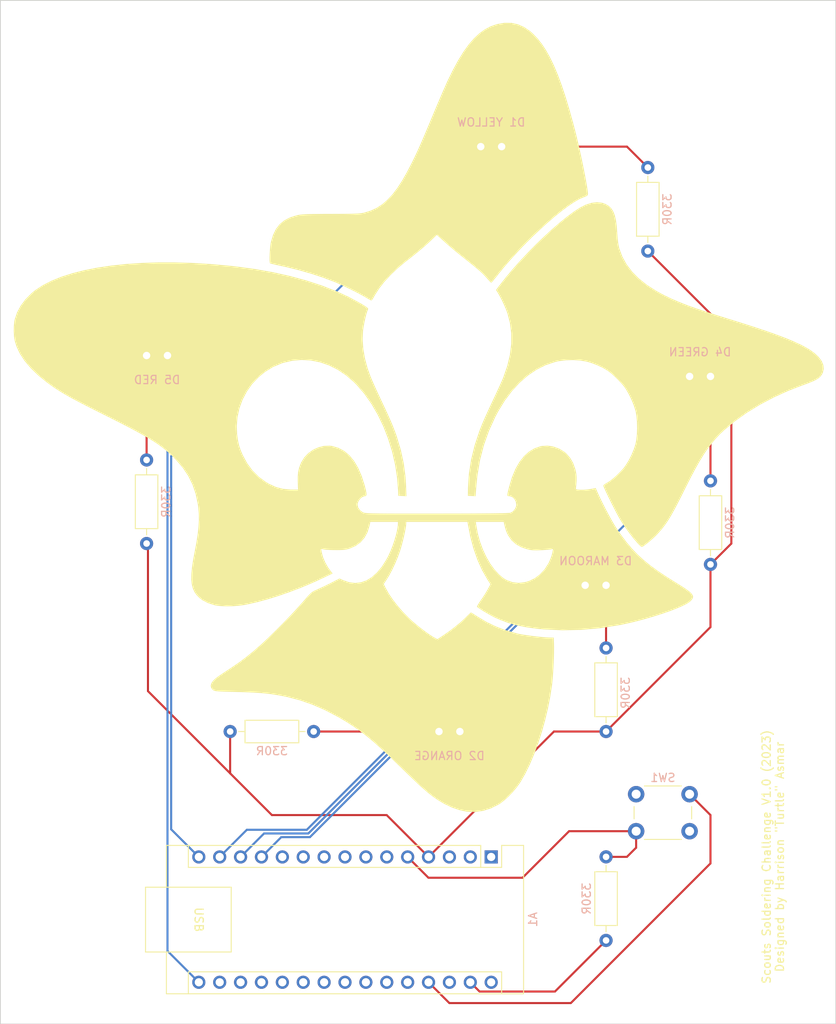
<source format=kicad_pcb>
(kicad_pcb (version 20221018) (generator pcbnew)
  (layers (0 "F.Cu" signal) (31 "B.Cu" signal) (34 "B.Paste" user) (35 "F.Paste" user) (36 "B.SilkS" user "B.Silkscreen") (37 "F.SilkS" user "F.Silkscreen") (38 "B.Mask" user) (39 "F.Mask" user) (44 "Edge.Cuts" user))
  (net 0 "")
  (net 4 "Net-(A1-GND-Pad4)")
  (net 5 "Net-(A1-D2)")
  (net 12 "Net-(A1-D9)")
  (net 13 "Net-(A1-D10)")
  (net 14 "Net-(A1-D11)")
  (net 15 "Net-(A1-D12)")
  (net 16 "Net-(A1-D13)")
  (net 27 "Net-(A1-+5V)")
  (net 29 "Net-(A1-GND-Pad29)")
  (net 31 "Net-(D1-A)")
  (net 32 "Net-(D2-A)")
  (net 33 "Net-(D3-A)")
  (net 34 "Net-(D4-A)")
  (net 35 "Net-(D5-A)")
  (footprint "Resistor_THT:R_Axial_DIN0207_L6.3mm_D2.5mm_P10.16mm_Horizontal" (layer "F.Cu") (at 187.96 76.2 -90)
    (fp_text reference "330R" (at 5.08 -2.37 -270) (layer "B.SilkS") (effects (justify mirror)))
    (fp_text value "330R")
    (fp_line (start 1.04 0) (end 1.81 0) (stroke (width 0.12)) (layer "F.SilkS"))
    (fp_line (start 1.81 -1.37) (end 1.81 1.37) (stroke (width 0.12)) (layer "F.SilkS"))
    (fp_line (start 1.81 1.37) (end 8.35 1.37) (stroke (width 0.12)) (layer "F.SilkS"))
    (fp_line (start 8.35 -1.37) (end 1.81 -1.37) (stroke (width 0.12)) (layer "F.SilkS"))
    (fp_line (start 8.35 1.37) (end 8.35 -1.37) (stroke (width 0.12)) (layer "F.SilkS"))
    (fp_line (start 9.12 0) (end 8.35 0) (stroke (width 0.12)) (layer "F.SilkS"))
    (pad "1" thru_hole circle (at 0 0 270) (size 1.6 1.6) (drill 0.8) (layers "*.Cu" "*.Mask") (net 34 "Net-(D4-A)"))
    (pad "2" thru_hole oval (at 10.16 0 270) (size 1.6 1.6) (drill 0.8) (layers "*.Cu" "*.Mask") (net 4 "Net-(A1-GND-Pad4)"))
  )
  (footprint "Resistor_THT:R_Axial_DIN0207_L6.3mm_D2.5mm_P10.16mm_Horizontal" (layer "F.Cu") (at 180.34 38.1 -90)
    (fp_text reference "330R" (at 5.08 -2.37 -270) (layer "B.SilkS") (effects (justify mirror)))
    (fp_text value "330R")
    (fp_line (start 1.04 0) (end 1.81 0) (stroke (width 0.12)) (layer "F.SilkS"))
    (fp_line (start 1.81 -1.37) (end 1.81 1.37) (stroke (width 0.12)) (layer "F.SilkS"))
    (fp_line (start 1.81 1.37) (end 8.35 1.37) (stroke (width 0.12)) (layer "F.SilkS"))
    (fp_line (start 8.35 -1.37) (end 1.81 -1.37) (stroke (width 0.12)) (layer "F.SilkS"))
    (fp_line (start 8.35 1.37) (end 8.35 -1.37) (stroke (width 0.12)) (layer "F.SilkS"))
    (fp_line (start 9.12 0) (end 8.35 0) (stroke (width 0.12)) (layer "F.SilkS"))
    (pad "1" thru_hole circle (at 0 0 270) (size 1.6 1.6) (drill 0.8) (layers "*.Cu" "*.Mask") (net 31 "Net-(D1-A)"))
    (pad "2" thru_hole oval (at 10.16 0 270) (size 1.6 1.6) (drill 0.8) (layers "*.Cu" "*.Mask") (net 4 "Net-(A1-GND-Pad4)"))
  )
  (footprint "Resistor_THT:R_Axial_DIN0207_L6.3mm_D2.5mm_P10.16mm_Horizontal" (layer "F.Cu") (at 139.7 106.68 180)
    (fp_text reference "330R" (at 5.08 -2.37) (layer "B.SilkS") (effects (justify mirror)))
    (fp_text value "330R")
    (fp_line (start 1.04 0) (end 1.81 0) (stroke (width 0.12)) (layer "F.SilkS"))
    (fp_line (start 1.81 -1.37) (end 1.81 1.37) (stroke (width 0.12)) (layer "F.SilkS"))
    (fp_line (start 1.81 1.37) (end 8.35 1.37) (stroke (width 0.12)) (layer "F.SilkS"))
    (fp_line (start 8.35 -1.37) (end 1.81 -1.37) (stroke (width 0.12)) (layer "F.SilkS"))
    (fp_line (start 8.35 1.37) (end 8.35 -1.37) (stroke (width 0.12)) (layer "F.SilkS"))
    (fp_line (start 9.12 0) (end 8.35 0) (stroke (width 0.12)) (layer "F.SilkS"))
    (pad "1" thru_hole circle (at 0 0 180) (size 1.6 1.6) (drill 0.8) (layers "*.Cu" "*.Mask") (net 32 "Net-(D2-A)"))
    (pad "2" thru_hole oval (at 10.16 0 180) (size 1.6 1.6) (drill 0.8) (layers "*.Cu" "*.Mask") (net 4 "Net-(A1-GND-Pad4)"))
  )
  (footprint "Resistor_THT:R_Axial_DIN0207_L6.3mm_D2.5mm_P10.16mm_Horizontal" (layer "F.Cu") (at 175.26 96.52 -90)
    (fp_text reference " 330R" (at 5.08 -2.37 -270) (layer "B.SilkS") (effects (justify mirror)))
    (fp_text value "330R")
    (fp_line (start 1.04 0) (end 1.81 0) (stroke (width 0.12)) (layer "F.SilkS"))
    (fp_line (start 1.81 -1.37) (end 1.81 1.37) (stroke (width 0.12)) (layer "F.SilkS"))
    (fp_line (start 1.81 1.37) (end 8.35 1.37) (stroke (width 0.12)) (layer "F.SilkS"))
    (fp_line (start 8.35 -1.37) (end 1.81 -1.37) (stroke (width 0.12)) (layer "F.SilkS"))
    (fp_line (start 8.35 1.37) (end 8.35 -1.37) (stroke (width 0.12)) (layer "F.SilkS"))
    (fp_line (start 9.12 0) (end 8.35 0) (stroke (width 0.12)) (layer "F.SilkS"))
    (pad "1" thru_hole circle (at 0 0 270) (size 1.6 1.6) (drill 0.8) (layers "*.Cu" "*.Mask") (net 33 "Net-(D3-A)"))
    (pad "2" thru_hole oval (at 10.16 0 270) (size 1.6 1.6) (drill 0.8) (layers "*.Cu" "*.Mask") (net 4 "Net-(A1-GND-Pad4)"))
  )
  (footprint "Resistor_THT:R_Axial_DIN0207_L6.3mm_D2.5mm_P10.16mm_Horizontal" (layer "F.Cu") (at 119.38 73.66 -90)
    (fp_text reference "330R" (at 5.08 -2.37 -270) (layer "B.SilkS") (effects (justify mirror)))
    (fp_text value "330R")
    (fp_line (start 1.04 0) (end 1.81 0) (stroke (width 0.12)) (layer "F.SilkS"))
    (fp_line (start 1.81 -1.37) (end 1.81 1.37) (stroke (width 0.12)) (layer "F.SilkS"))
    (fp_line (start 1.81 1.37) (end 8.35 1.37) (stroke (width 0.12)) (layer "F.SilkS"))
    (fp_line (start 8.35 -1.37) (end 1.81 -1.37) (stroke (width 0.12)) (layer "F.SilkS"))
    (fp_line (start 8.35 1.37) (end 8.35 -1.37) (stroke (width 0.12)) (layer "F.SilkS"))
    (fp_line (start 9.12 0) (end 8.35 0) (stroke (width 0.12)) (layer "F.SilkS"))
    (pad "1" thru_hole circle (at 0 0 270) (size 1.6 1.6) (drill 0.8) (layers "*.Cu" "*.Mask") (net 35 "Net-(D5-A)"))
    (pad "2" thru_hole oval (at 10.16 0 270) (size 1.6 1.6) (drill 0.8) (layers "*.Cu" "*.Mask") (net 4 "Net-(A1-GND-Pad4)"))
  )
  (footprint "Resistor_THT:R_Axial_DIN0207_L6.3mm_D2.5mm_P10.16mm_Horizontal" (layer "F.Cu") (at 175.26 132.08 90)
    (fp_text reference "330R" (at 5.08 -2.37 90) (layer "B.SilkS") (effects (justify mirror)))
    (fp_text value "330R")
    (fp_line (start 1.04 0) (end 1.81 0) (stroke (width 0.12)) (layer "F.SilkS"))
    (fp_line (start 1.81 -1.37) (end 1.81 1.37) (stroke (width 0.12)) (layer "F.SilkS"))
    (fp_line (start 1.81 1.37) (end 8.35 1.37) (stroke (width 0.12)) (layer "F.SilkS"))
    (fp_line (start 8.35 -1.37) (end 1.81 -1.37) (stroke (width 0.12)) (layer "F.SilkS"))
    (fp_line (start 8.35 1.37) (end 8.35 -1.37) (stroke (width 0.12)) (layer "F.SilkS"))
    (fp_line (start 9.12 0) (end 8.35 0) (stroke (width 0.12)) (layer "F.SilkS"))
    (pad "1" thru_hole circle (at 0 0 90) (size 1.6 1.6) (drill 0.8) (layers "*.Cu" "*.Mask") (net 29 "Net-(A1-GND-Pad29)"))
    (pad "2" thru_hole oval (at 10.16 0 90) (size 1.6 1.6) (drill 0.8) (layers "*.Cu" "*.Mask") (net 5 "Net-(A1-D2)"))
  )
  (footprint "LED_THT:LED_D3.0mm" (layer "F.Cu") (at 121.92 60.96 180)
    (fp_text reference "D5 RED" (at 1.27 -2.96) (layer "B.SilkS") (effects (justify mirror)))
    (fp_text value "RED LED")
    (fp_line (start -0.29 -1.236) (end -0.29 -1.08) (stroke (width 0.12)) (layer "F.SilkS"))
    (fp_line (start -0.29 1.08) (end -0.29 1.236) (stroke (width 0.12)) (layer "F.SilkS"))
    (fp_arc (start -0.29 -1.235516) (mid 1.366487 -1.987659) (end 2.942335 -1.078608) (stroke (width 0.12)) (layer "F.SilkS"))
    (fp_arc (start 0.229039 -1.08) (mid 1.270117 -1.5) (end 2.31113 -1.079837) (stroke (width 0.12)) (layer "F.SilkS"))
    (fp_arc (start 2.31113 1.079837) (mid 1.270117 1.5) (end 0.229039 1.08) (stroke (width 0.12)) (layer "F.SilkS"))
    (fp_arc (start 2.942335 1.078608) (mid 1.366487 1.987659) (end -0.29 1.235516) (stroke (width 0.12)) (layer "F.SilkS"))
    (pad "1" thru_hole rect (at 0 0 180) (size 1.8 1.8) (drill 0.9) (layers "*.Cu" "*.Mask") (net 16 "Net-(A1-D13)"))
    (pad "2" thru_hole circle (at 2.54 0 180) (size 1.8 1.8) (drill 0.9) (layers "*.Cu" "*.Mask") (net 35 "Net-(D5-A)"))
  )
  (footprint "LED_THT:LED_D3.0mm" (layer "F.Cu") (at 185.42 63.5)
    (fp_text reference "D4 GREEN" (at 1.27 -2.96) (layer "B.SilkS") (effects (justify mirror)))
    (fp_text value "GREEN LED")
    (fp_line (start -0.29 -1.236) (end -0.29 -1.08) (stroke (width 0.12)) (layer "F.SilkS"))
    (fp_line (start -0.29 1.08) (end -0.29 1.236) (stroke (width 0.12)) (layer "F.SilkS"))
    (fp_arc (start -0.29 -1.235516) (mid 1.366487 -1.987659) (end 2.942335 -1.078608) (stroke (width 0.12)) (layer "F.SilkS"))
    (fp_arc (start 0.229039 -1.08) (mid 1.270117 -1.5) (end 2.31113 -1.079837) (stroke (width 0.12)) (layer "F.SilkS"))
    (fp_arc (start 2.31113 1.079837) (mid 1.270117 1.5) (end 0.229039 1.08) (stroke (width 0.12)) (layer "F.SilkS"))
    (fp_arc (start 2.942335 1.078608) (mid 1.366487 1.987659) (end -0.29 1.235516) (stroke (width 0.12)) (layer "F.SilkS"))
    (pad "1" thru_hole rect (at 0 0) (size 1.8 1.8) (drill 0.9) (layers "*.Cu" "*.Mask") (net 14 "Net-(A1-D11)"))
    (pad "2" thru_hole circle (at 2.54 0) (size 1.8 1.8) (drill 0.9) (layers "*.Cu" "*.Mask") (net 34 "Net-(D4-A)"))
  )
  (footprint "LED_THT:LED_D3.0mm" (layer "F.Cu") (at 160.02 35.56)
    (fp_text reference "D1 YELLOW" (at 1.27 -2.96) (layer "B.SilkS") (effects (justify mirror)))
    (fp_text value "YELLOW LED")
    (fp_line (start -0.29 -1.236) (end -0.29 -1.08) (stroke (width 0.12)) (layer "F.SilkS"))
    (fp_line (start -0.29 1.08) (end -0.29 1.236) (stroke (width 0.12)) (layer "F.SilkS"))
    (fp_arc (start -0.29 -1.235516) (mid 1.366487 -1.987659) (end 2.942335 -1.078608) (stroke (width 0.12)) (layer "F.SilkS"))
    (fp_arc (start 0.229039 -1.08) (mid 1.270117 -1.5) (end 2.31113 -1.079837) (stroke (width 0.12)) (layer "F.SilkS"))
    (fp_arc (start 2.31113 1.079837) (mid 1.270117 1.5) (end 0.229039 1.08) (stroke (width 0.12)) (layer "F.SilkS"))
    (fp_arc (start 2.942335 1.078608) (mid 1.366487 1.987659) (end -0.29 1.235516) (stroke (width 0.12)) (layer "F.SilkS"))
    (pad "1" thru_hole rect (at 0 0) (size 1.8 1.8) (drill 0.9) (layers "*.Cu" "*.Mask") (net 15 "Net-(A1-D12)"))
    (pad "2" thru_hole circle (at 2.54 0) (size 1.8 1.8) (drill 0.9) (layers "*.Cu" "*.Mask") (net 31 "Net-(D1-A)"))
  )
  (footprint "LOGO" (layer "F.Cu") (at 152.4 68.58)
    (fp_text reference "G***" hide)
    (fp_text value "LOGO" hide)
    (fp_poly (pts (xy 11.332183 -48.072508) (xy 12.121384 -47.906362) (xy 12.875916 -47.576903) (xy 13.603769 -47.08199) (xy 13.976093 -46.75691) (xy 14.525763 -46.183743) (xy 15.053284 -45.515688) (xy 15.562038 -44.744949) (xy 16.055406 -43.863731) (xy 16.536769 -42.864239) (xy 17.009508 -41.738676) (xy 17.477005 -40.479247) (xy 17.942642 -39.078157) (xy 18.409798 -37.527609) (xy 18.881856 -35.819809) (xy 19.126377 -34.882666) (xy 19.302528 -34.17479) (xy 19.484048 -33.40817) (xy 19.66666 -32.604079) (xy 19.846086 -31.783787) (xy 20.018051 -30.968567) (xy 20.178277 -30.179689) (xy 20.322487 -29.438425) (xy 20.446406 -28.766046) (xy 20.545756 -28.183823) (xy 20.61626 -27.713029) (xy 20.653642 -27.374934) (xy 20.658576 -27.261909) (xy 20.638448 -27.140512) (xy 20.554831 -27.04605) (xy 20.373061 -26.952625) (xy 20.111701 -26.853322) (xy 19.590283 -26.619714) (xy 18.977495 -26.26495) (xy 18.286586 -25.801023) (xy 17.530803 -25.239926) (xy 16.723396 -24.593652) (xy 15.877612 -23.874195) (xy 15.006701 -23.093547) (xy 14.12391 -22.263702) (xy 13.242489 -21.396653) (xy 12.375686 -20.504392) (xy 11.536749 -19.598914) (xy 10.738927 -18.692211) (xy 9.995468 -17.796276) (xy 9.714503 -17.441333) (xy 9.442092 -17.096964) (xy 9.204721 -16.806094) (xy 9.022251 -16.592355) (xy 8.91454 -16.479382) (xy 8.89631 -16.467666) (xy 8.819172 -16.527474) (xy 8.658607 -16.688599) (xy 8.441161 -16.923596) (xy 8.282147 -17.102666) (xy 8.103239 -17.302286) (xy 7.919059 -17.495043) (xy 7.713441 -17.694876) (xy 7.470217 -17.915728) (xy 7.173223 -18.171541) (xy 6.806292 -18.476256) (xy 6.353258 -18.843815) (xy 5.797955 -19.288158) (xy 5.164666 -19.791173) (xy 4.699548 -20.167511) (xy 4.185845 -20.595694) (xy 3.681783 -21.026491) (xy 3.24559 -21.410673) (xy 3.191886 -21.459175) (xy 2.277439 -22.288368) (xy 1.625553 -21.658463) (xy 1.154794 -21.218681) (xy 0.615276 -20.744197) (xy -0.010727 -20.220189) (xy -0.740939 -19.631834) (xy -1.593085 -18.964307) (xy -1.632791 -18.933557) (xy -2.523534 -18.191671) (xy -3.353689 -17.397351) (xy -4.100766 -16.575997) (xy -4.74228 -15.753005) (xy -5.255742 -14.953774) (xy -5.409103 -14.6685) (xy -5.536298 -14.458288) (xy -5.652685 -14.332194) (xy -5.695555 -14.315395) (xy -5.817105 -14.361666) (xy -6.031245 -14.475717) (xy -6.265334 -14.61658) (xy -6.607415 -14.818496) (xy -7.068563 -15.07015) (xy -7.612649 -15.353543) (xy -8.203546 -15.650677) (xy -8.805123 -15.943553) (xy -9.381254 -16.214174) (xy -9.895808 -16.444542) (xy -10.151006 -16.552294) (xy -11.478769 -17.056553) (xy -12.93062 -17.536091) (xy -14.461697 -17.977536) (xy -16.027133 -18.367515) (xy -16.833272 -18.544155) (xy -17.250552 -18.63438) (xy -17.606846 -18.717456) (xy -17.869894 -18.785411) (xy -18.00744 -18.830272) (xy -18.018605 -18.83711) (xy -18.051477 -18.957194) (xy -18.067273 -19.209205) (xy -18.067623 -19.556774) (xy -18.054155 -19.96353) (xy -18.028501 -20.393104) (xy -17.99229 -20.809127) (xy -17.947152 -21.175227) (xy -17.902832 -21.420666) (xy -17.647333 -22.276812) (xy -17.29429 -22.997163) (xy -16.836234 -23.589315) (xy -16.265694 -24.060862) (xy -15.575202 -24.419398) (xy -14.757289 -24.672518) (xy -14.689667 -24.687669) (xy -14.494998 -24.725762) (xy -14.280595 -24.757013) (xy -14.027982 -24.782123) (xy -13.718679 -24.801791) (xy -13.334207 -24.816717) (xy -12.856089 -24.827601) (xy -12.265845 -24.835144) (xy -11.544997 -24.840044) (xy -10.675067 -24.843002) (xy -10.583334 -24.843209) (xy -9.709299 -24.845836) (xy -8.986202 -24.850047) (xy -8.395647 -24.856579) (xy -7.91924 -24.866169) (xy -7.538588 -24.879555) (xy -7.235297 -24.897474) (xy -6.990971 -24.920661) (xy -6.787217 -24.949856) (xy -6.60564 -24.985793) (xy -6.519334 -25.006053) (xy -5.763136 -25.240355) (xy -5.056876 -25.566089) (xy -4.390636 -25.993355) (xy -3.754496 -26.532256) (xy -3.138538 -27.192892) (xy -2.532845 -27.985365) (xy -1.927497 -28.919777) (xy -1.312576 -30.006229) (xy -0.978288 -30.649333) (xy -0.745727 -31.111128) (xy -0.534038 -31.538403) (xy -0.334524 -31.950688) (xy -0.138486 -32.367516) (xy 0.062773 -32.808418) (xy 0.27795 -33.292924) (xy 0.515743 -33.840566) (xy 0.78485 -34.470875) (xy 1.093967 -35.203383) (xy 1.451793 -36.057619) (xy 1.774059 -36.83) (xy 2.080588 -37.561455) (xy 2.391253 -38.295387) (xy 2.694378 -39.004731) (xy 2.978287 -39.66242) (xy 3.231305 -40.241388) (xy 3.441755 -40.714571) (xy 3.582011 -41.021) (xy 4.238239 -42.358999) (xy 4.879993 -43.536291) (xy 5.513686 -44.560208) (xy 6.145729 -45.438081) (xy 6.782534 -46.177245) (xy 7.430514 -46.785031) (xy 8.09608 -47.268772) (xy 8.785643 -47.6358) (xy 9.505617 -47.893448) (xy 9.617795 -47.923412) (xy 10.500317 -48.077478)) (fill solid) (layer "F.SilkS"))
    (fp_poly (pts (xy 22.364809 -26.199657) (xy 22.812055 -26.041454) (xy 23.189631 -25.812026) (xy 23.496347 -25.51846) (xy 23.739516 -25.143058) (xy 23.92645 -24.668124) (xy 24.064461 -24.07596) (xy 24.160862 -23.348868) (xy 24.213402 -22.649999) (xy 24.27317 -21.849093) (xy 24.353081 -21.207614) (xy 24.454266 -20.716728) (xy 24.466096 -20.673822) (xy 24.836811 -19.663066) (xy 25.359564 -18.711515) (xy 26.03614 -17.817303) (xy 26.868323 -16.978562) (xy 27.857899 -16.193423) (xy 29.006652 -15.460021) (xy 29.916356 -14.971451) (xy 30.474948 -14.698436) (xy 31.03841 -14.438527) (xy 31.623868 -14.185465) (xy 32.248448 -13.93299) (xy 32.929277 -13.674842) (xy 33.68348 -13.404763) (xy 34.528185 -13.116493) (xy 35.480517 -12.803771) (xy 36.557603 -12.460339) (xy 37.77657 -12.079936) (xy 38.106395 -11.978046) (xy 39.588597 -11.515346) (xy 40.918801 -11.087838) (xy 42.109605 -10.690945) (xy 43.173609 -10.320089) (xy 44.123411 -9.970691) (xy 44.97161 -9.638173) (xy 45.730804 -9.317959) (xy 46.413593 -9.005469) (xy 46.775503 -8.828006) (xy 47.569295 -8.381914) (xy 48.221973 -7.916319) (xy 48.729392 -7.437502) (xy 49.087411 -6.951742) (xy 49.291886 -6.46532) (xy 49.338675 -5.984518) (xy 49.223634 -5.515614) (xy 49.107401 -5.292856) (xy 48.93106 -5.060603) (xy 48.692789 -4.849824) (xy 48.370361 -4.647859) (xy 47.941547 -4.442043) (xy 47.38412 -4.219716) (xy 46.946327 -4.061764) (xy 45.071678 -3.342372) (xy 43.274603 -2.528158) (xy 41.57234 -1.628893) (xy 39.982128 -0.654348) (xy 38.521207 0.385705) (xy 37.274786 1.420143) (xy 36.720466 1.943243) (xy 36.200349 2.490294) (xy 35.703035 3.078207) (xy 35.217126 3.723891) (xy 34.73122 4.444256) (xy 34.23392 5.25621) (xy 33.713825 6.176664) (xy 33.159535 7.222527) (xy 32.559652 8.410708) (xy 32.552905 8.424334) (xy 32.071394 9.39089) (xy 31.650161 10.220857) (xy 31.278677 10.931461) (xy 30.94641 11.539931) (xy 30.64283 12.063494) (xy 30.357405 12.519378) (xy 30.079606 12.924809) (xy 29.798901 13.297017) (xy 29.50476 13.653228) (xy 29.186651 14.010669) (xy 29.044062 14.164561) (xy 28.780761 14.428934) (xy 28.469144 14.715677) (xy 28.138079 15.001305) (xy 27.816432 15.262334) (xy 27.533067 15.47528) (xy 27.316852 15.61666) (xy 27.201818 15.663334) (xy 27.104728 15.604774) (xy 26.930187 15.449664) (xy 26.712292 15.22885) (xy 26.663741 15.1765) (xy 26.225195 14.665898) (xy 25.746724 14.053362) (xy 25.264457 13.388254) (xy 24.814523 12.719934) (xy 24.524552 12.253875) (xy 24.351177 11.950128) (xy 24.139533 11.558992) (xy 23.901838 11.105207) (xy 23.650308 10.613517) (xy 23.397159 10.108664) (xy 23.154608 9.615389) (xy 22.934872 9.158434) (xy 22.750166 8.762543) (xy 22.612707 8.452457) (xy 22.534713 8.252918) (xy 22.521534 8.197149) (xy 22.59139 8.102698) (xy 22.773236 7.967398) (xy 22.996239 7.837722) (xy 23.349374 7.61331) (xy 23.764056 7.287254) (xy 24.202248 6.894864) (xy 24.625912 6.471452) (xy 24.997011 6.052326) (xy 25.191068 5.800254) (xy 25.578197 5.184884) (xy 25.941691 4.473402) (xy 26.247184 3.738692) (xy 26.428951 3.175) (xy 26.5391 2.619117) (xy 26.607377 1.951305) (xy 26.633789 1.223708) (xy 26.618341 0.48847) (xy 26.561039 -0.202264) (xy 26.461888 -0.796351) (xy 26.428506 -0.931333) (xy 26.220463 -1.573739) (xy 25.938068 -2.262478) (xy 25.610194 -2.935514) (xy 25.265714 -3.530816) (xy 25.114205 -3.755095) (xy 24.797685 -4.151372) (xy 24.392775 -4.592783) (xy 23.945384 -5.034161) (xy 23.501419 -5.430341) (xy 23.106789 -5.736155) (xy 23.086339 -5.750197) (xy 22.536173 -6.07821) (xy 21.884797 -6.393003) (xy 21.199553 -6.665131) (xy 20.547785 -6.865149) (xy 20.521252 -6.871754) (xy 19.735341 -7.00869) (xy 18.864989 -7.064223) (xy 17.973891 -7.038982) (xy 17.12574 -6.933601) (xy 16.669267 -6.833566) (xy 15.51632 -6.44321) (xy 14.413357 -5.893272) (xy 13.363939 -5.187012) (xy 12.371629 -4.327692) (xy 11.439985 -3.318574) (xy 10.572571 -2.162921) (xy 9.772946 -0.863993) (xy 9.411823 -0.185795) (xy 8.628106 1.533158) (xy 8.002722 3.295172) (xy 7.532533 5.111586) (xy 7.214401 6.99374) (xy 7.092413 8.195208) (xy 6.992644 9.490082) (xy 6.523155 9.465208) (xy 6.053666 9.440334) (xy 6.068075 8.449658) (xy 6.174127 6.764784) (xy 6.443079 5.043301) (xy 6.873762 3.290495) (xy 7.465006 1.511652) (xy 7.778976 0.71417) (xy 7.937575 0.342349) (xy 8.153299 -0.145019) (xy 8.40941 -0.711105) (xy 8.689166 -1.319083) (xy 8.975828 -1.932127) (xy 9.123484 -2.243666) (xy 9.397986 -2.824956) (xy 9.666194 -3.402281) (xy 9.913479 -3.943453) (xy 10.125215 -4.41628) (xy 10.286773 -4.788572) (xy 10.354615 -4.953) (xy 10.840868 -6.354885) (xy 11.165028 -7.713073) (xy 11.327377 -9.0319) (xy 11.328198 -10.315702) (xy 11.167776 -11.568814) (xy 10.863836 -12.742333) (xy 10.683642 -13.23051) (xy 10.440529 -13.797448) (xy 10.164114 -14.380093) (xy 9.884013 -14.915391) (xy 9.680158 -15.262455) (xy 9.470896 -15.593946) (xy 9.963615 -16.240897) (xy 10.737261 -17.218222) (xy 11.585747 -18.220845) (xy 12.49185 -19.232179) (xy 13.438346 -20.235636) (xy 14.40801 -21.214627) (xy 15.383621 -22.152563) (xy 16.347953 -23.032857) (xy 17.283783 -23.838919) (xy 18.173888 -24.554163) (xy 19.001044 -25.161998) (xy 19.697128 -25.6154) (xy 20.398502 -25.969333) (xy 21.089882 -26.186462) (xy 21.751805 -26.264124)) (fill solid) (layer "F.SilkS"))
    (fp_poly (pts (xy -27.506461 -18.883303) (xy -25.333608 -18.753951) (xy -23.110012 -18.557746) (xy -22.098 -18.447715) (xy -19.846231 -18.143058) (xy -17.674616 -17.757815) (xy -15.594063 -17.295317) (xy -13.615481 -16.758897) (xy -11.749781 -16.151886) (xy -10.007872 -15.477617) (xy -8.400661 -14.739421) (xy -6.93906 -13.94063) (xy -6.54131 -13.696433) (xy -6.269296 -13.517304) (xy -6.121015 -13.393416) (xy -6.072117 -13.297881) (xy -6.097101 -13.205944) (xy -6.191679 -12.97124) (xy -6.300291 -12.60987) (xy -6.413442 -12.162859) (xy -6.521636 -11.671233) (xy -6.615381 -11.176015) (xy -6.685179 -10.718232) (xy -6.698638 -10.606818) (xy -6.745409 -9.563785) (xy -6.664992 -8.442553) (xy -6.462029 -7.271193) (xy -6.141165 -6.077779) (xy -5.784399 -5.08) (xy -5.631387 -4.712737) (xy -5.42139 -4.230936) (xy -5.171394 -3.672382) (xy -4.898386 -3.07486) (xy -4.619352 -2.476153) (xy -4.509315 -2.243666) (xy -4.085487 -1.346293) (xy -3.728887 -0.576182) (xy -3.429449 0.090069) (xy -3.177104 0.675858) (xy -2.961784 1.204586) (xy -2.773424 1.699654) (xy -2.601953 2.184463) (xy -2.593449 2.209422) (xy -2.097087 3.858308) (xy -1.745844 5.470714) (xy -1.532578 7.084249) (xy -1.464473 8.153774) (xy -1.413725 9.491881) (xy -1.913363 9.466107) (xy -2.413 9.440334) (xy -2.432183 8.89) (xy -2.554276 7.270923) (xy -2.803038 5.654699) (xy -3.171012 4.059747) (xy -3.650739 2.504486) (xy -4.23476 1.007333) (xy -4.915618 -0.413293) (xy -5.685855 -1.738974) (xy -6.538013 -2.95129) (xy -7.464632 -4.031824) (xy -7.802892 -4.373268) (xy -8.759769 -5.198845) (xy -9.773099 -5.87853) (xy -10.8314 -6.409353) (xy -11.923193 -6.788341) (xy -13.036995 -7.012523) (xy -14.161326 -7.078928) (xy -15.284706 -6.984584) (xy -16.395652 -6.72652) (xy -16.61689 -6.65447) (xy -17.645759 -6.21604) (xy -18.590056 -5.640673) (xy -19.440515 -4.943099) (xy -20.187872 -4.138046) (xy -20.822859 -3.240246) (xy -21.336213 -2.264426) (xy -21.718666 -1.225317) (xy -21.960954 -0.137648) (xy -22.05381 0.983851) (xy -22.011625 1.921507) (xy -21.91323 2.65495) (xy -21.772559 3.291135) (xy -21.570796 3.900502) (xy -21.334881 4.455061) (xy -20.786333 5.47379) (xy -20.137301 6.358655) (xy -19.381595 7.116444) (xy -18.513025 7.753944) (xy -18.112725 7.987649) (xy -17.279132 8.365525) (xy -16.431678 8.589787) (xy -15.524135 8.672341) (xy -15.451667 8.673157) (xy -14.605 8.678334) (xy -14.635882 7.731128) (xy -14.638573 7.087533) (xy -14.593387 6.554552) (xy -14.490568 6.077812) (xy -14.32036 5.602942) (xy -14.20947 5.354606) (xy -13.839443 4.753656) (xy -13.348307 4.239329) (xy -12.764148 3.826359) (xy -12.115049 3.529481) (xy -11.429095 3.363428) (xy -10.73437 3.342934) (xy -10.447799 3.381079) (xy -9.682459 3.604241) (xy -8.985399 3.97867) (xy -8.355858 4.505294) (xy -7.793075 5.185045) (xy -7.29629 6.018851) (xy -6.864743 7.007643) (xy -6.497672 8.15235) (xy -6.47426 8.238763) (xy -6.35146 8.723343) (xy -6.283643 9.068698) (xy -6.270664 9.295709) (xy -6.312376 9.425259) (xy -6.408634 9.478231) (xy -6.465582 9.482667) (xy -6.72902 9.557862) (xy -6.989223 9.753488) (xy -7.20653 10.024609) (xy -7.341279 10.326288) (xy -7.366 10.502833) (xy -7.287097 10.858748) (xy -7.072305 11.180092) (xy -6.754504 11.418462) (xy -6.738731 11.426258) (xy -6.678284 11.454227) (xy -6.612644 11.479002) (xy -6.531748 11.500769) (xy -6.425533 11.519717) (xy -6.283935 11.536034) (xy -6.096892 11.549905) (xy -5.85434 11.56152) (xy -5.546216 11.571066) (xy -5.162457 11.57873) (xy -4.692999 11.584699) (xy -4.127779 11.589162) (xy -3.456735 11.592306) (xy -2.669802 11.594318) (xy -1.756918 11.595386) (xy -0.708019 11.595698) (xy 0.486958 11.59544) (xy 1.838076 11.594802) (xy 2.291564 11.594555) (xy 3.798014 11.593203) (xy 5.142297 11.590842) (xy 6.331579 11.587388) (xy 7.373024 11.582757) (xy 8.273798 11.576863) (xy 9.041065 11.569623) (xy 9.68199 11.560951) (xy 10.203738 11.550764) (xy 10.613473 11.538975) (xy 10.918361 11.525502) (xy 11.125565 11.510259) (xy 11.242251 11.493162) (xy 11.257734 11.488721) (xy 11.557676 11.304984) (xy 11.793649 11.011944) (xy 11.924392 10.668105) (xy 11.938 10.524275) (xy 11.872958 10.139616) (xy 11.696706 9.815409) (xy 11.437556 9.585725) (xy 11.123817 9.484634) (xy 11.072494 9.482667) (xy 10.95925 9.477942) (xy 10.886841 9.447239) (xy 10.855428 9.365764) (xy 10.865175 9.208722) (xy 10.916242 8.95132) (xy 11.008793 8.568764) (xy 11.080325 8.284588) (xy 11.417677 7.166071) (xy 11.829423 6.180908) (xy 12.311947 5.333567) (xy 12.861632 4.628521) (xy 13.474861 4.070238) (xy 14.148017 3.663189) (xy 14.877483 3.411844) (xy 15.051432 3.376777) (xy 15.751838 3.335681) (xy 16.46381 3.444992) (xy 17.149058 3.693291) (xy 17.769292 4.06916) (xy 17.991666 4.253633) (xy 18.486945 4.802552) (xy 18.862561 5.447914) (xy 19.130745 6.21107) (xy 19.145408 6.267863) (xy 19.236938 6.705865) (xy 19.281658 7.140016) (xy 19.280702 7.61853) (xy 19.235203 8.189625) (xy 19.198098 8.509) (xy 19.202875 8.598498) (xy 19.268082 8.652352) (xy 19.428461 8.682308) (xy 19.71875 8.700108) (xy 19.769666 8.702215) (xy 20.178357 8.696868) (xy 20.639198 8.658782) (xy 20.981858 8.608366) (xy 21.601383 8.490635) (xy 21.864671 9.092484) (xy 22.11582 9.64189) (xy 22.419684 10.26753) (xy 22.756565 10.932056) (xy 23.106763 11.598124) (xy 23.45058 12.228386) (xy 23.768315 12.785498) (xy 24.040271 13.232111) (xy 24.083142 13.298343) (xy 24.717969 14.228284) (xy 25.351006 15.069413) (xy 26.002458 15.840301) (xy 26.692527 16.55952) (xy 27.441419 17.24564) (xy 28.269337 17.917234) (xy 29.196485 18.592872) (xy 30.243067 19.291125) (xy 31.36422 19.991034) (xy 32.033357 20.405536) (xy 32.561482 20.753346) (xy 32.957636 21.046239) (xy 33.230861 21.295992) (xy 33.390198 21.514379) (xy 33.444691 21.713176) (xy 33.40338 21.90416) (xy 33.275309 22.099106) (xy 33.113257 22.268879) (xy 32.823835 22.483657) (xy 32.386819 22.725345) (xy 31.820685 22.987758) (xy 31.143907 23.26471) (xy 30.374959 23.550016) (xy 29.532317 23.837492) (xy 28.634455 24.120953) (xy 27.699847 24.394213) (xy 26.746969 24.651087) (xy 25.794294 24.885391) (xy 24.860298 25.090939) (xy 24.426333 25.177133) (xy 22.128941 25.537599) (xy 19.829289 25.743304) (xy 17.546486 25.793417) (xy 15.299641 25.687109) (xy 14.491548 25.609099) (xy 13.202185 25.433611) (xy 12.04187 25.201797) (xy 10.977117 24.90484) (xy 9.974441 24.533919) (xy 9.355666 24.256431) (xy 9.017194 24.084068) (xy 8.624307 23.868011) (xy 8.213839 23.630356) (xy 7.822625 23.393194) (xy 7.487498 23.178619) (xy 7.245294 23.008725) (xy 7.165478 22.942748) (xy 7.18133 22.850184) (xy 7.282191 22.65464) (xy 7.45023 22.387662) (xy 7.603169 22.168412) (xy 7.872639 21.778581) (xy 8.149469 21.348603) (xy 8.386932 20.951951) (xy 8.455646 20.828) (xy 8.796911 20.193) (xy 8.412892 19.600334) (xy 7.777846 18.492094) (xy 7.216976 17.247893) (xy 6.737152 15.887151) (xy 6.345243 14.429291) (xy 6.054326 12.932834) (xy 6.00366 12.615334) (xy 7.025332 12.615334) (xy 7.073977 12.975167) (xy 7.260627 13.998966) (xy 7.535438 15.001315) (xy 7.887655 15.962819) (xy 8.306522 16.864088) (xy 8.781281 17.68573) (xy 9.301176 18.408352) (xy 9.855452 19.012562) (xy 10.433351 19.478969) (xy 10.798835 19.690452) (xy 11.493175 19.938843) (xy 12.220148 20.022453) (xy 12.971979 19.94094) (xy 13.449164 19.806642) (xy 14.166524 19.470106) (xy 14.816148 18.988503) (xy 15.38016 18.37859) (xy 15.840685 17.657127) (xy 15.927016 17.483667) (xy 16.088073 17.109575) (xy 16.225959 16.727859) (xy 16.315634 16.409333) (xy 16.326557 16.353897) (xy 16.405101 15.901461) (xy 16.182384 15.952962) (xy 16.01137 15.977408) (xy 15.714106 16.005118) (xy 15.333537 16.032565) (xy 14.943666 16.054705) (xy 14.405222 16.072445) (xy 13.98327 16.06315) (xy 13.626725 16.024089) (xy 13.35541 15.96985) (xy 12.570398 15.712395) (xy 11.905406 15.340264) (xy 11.364357 14.856259) (xy 10.951177 14.263185) (xy 10.941649 14.245344) (xy 10.792373 13.944255) (xy 10.677387 13.655132) (xy 10.576636 13.31941) (xy 10.470066 12.878526) (xy 10.46321 12.848167) (xy 10.410773 12.615334) (xy 8.718053 12.615334) (xy 7.025332 12.615334) (xy 6.00366 12.615334) (xy 2.282163 12.615334) (xy -1.439334 12.615334) (xy -1.439334 12.837529) (xy -1.462113 13.094476) (xy -1.52502 13.477957) (xy -1.619907 13.952199) (xy -1.738627 14.48143) (xy -1.873033 15.029878) (xy -2.014977 15.561769) (xy -2.156313 16.041332) (xy -2.200154 16.178119) (xy -2.464697 16.908776) (xy -2.785149 17.674245) (xy -3.137638 18.423555) (xy -3.498291 19.105736) (xy -3.81737 19.631124) (xy -4.174502 20.169914) (xy -3.948276 20.631181) (xy -3.560376 21.32314) (xy -3.055915 22.069426) (xy -2.462519 22.835573) (xy -1.807813 23.587114) (xy -1.119424 24.289583) (xy -0.724831 24.652817) (xy -0.219426 25.083534) (xy 0.317711 25.514442) (xy 0.852935 25.920474) (xy 1.352604 26.276566) (xy 1.783072 26.55765) (xy 2.000559 26.683317) (xy 2.350119 26.870476) (xy 3.218519 26.292359) (xy 3.886297 25.822979) (xy 4.564635 25.301568) (xy 5.206652 24.766296) (xy 5.76547 24.255336) (xy 5.965817 24.055381) (xy 6.179511 23.842175) (xy 6.347906 23.687477) (xy 6.436979 23.622402) (xy 6.43969 23.622) (xy 6.528287 23.666439) (xy 6.724293 23.78627) (xy 6.995365 23.961262) (xy 7.204873 24.100637) (xy 8.293507 24.75353) (xy 9.491151 25.329458) (xy 10.74692 25.807196) (xy 12.009929 26.165524) (xy 12.319 26.233579) (xy 12.756153 26.31344) (xy 13.294746 26.395747) (xy 13.89177 26.475506) (xy 14.504213 26.547723) (xy 15.089067 26.607406) (xy 15.603321 26.649561) (xy 16.003966 26.669194) (xy 16.078037 26.67) (xy 16.497558 26.67) (xy 16.52701 27.410834) (xy 16.536193 27.938545) (xy 16.529245 28.590679) (xy 16.50819 29.3233) (xy 16.475057 30.092474) (xy 16.43187 30.854266) (xy 16.380656 31.564742) (xy 16.32344 32.179966) (xy 16.296281 32.413995) (xy 16.081018 33.843979) (xy 15.794967 35.299905) (xy 15.445939 36.7581) (xy 15.041742 38.194891) (xy 14.590188 39.586605) (xy 14.099085 40.909567) (xy 13.576245 42.140106) (xy 13.029476 43.254548) (xy 12.466589 44.22922) (xy 12.327862 44.442874) (xy 11.941215 44.968126) (xy 11.479422 45.50715) (xy 10.978252 46.024087) (xy 10.473475 46.483078) (xy 10.000858 46.848267) (xy 9.799355 46.977691) (xy 8.859933 47.446985) (xy 7.914201 47.748116) (xy 6.956665 47.882251) (xy 5.981827 47.850559) (xy 5.802272 47.827069) (xy 4.942733 47.635743) (xy 4.038901 47.312519) (xy 3.129276 46.87321) (xy 2.385037 46.423492) (xy 2.031643 46.18161) (xy 1.682885 45.92722) (xy 1.32443 45.647626) (xy 0.941946 45.330133) (xy 0.5211 44.962044) (xy 0.047562 44.530662) (xy -0.493001 44.023293) (xy -1.114922 43.427239) (xy -1.832531 42.729805) (xy -2.288311 42.283576) (xy -3.271708 41.329291) (xy -4.162897 40.488614) (xy -4.980214 39.746879) (xy -5.741997 39.089421) (xy -6.466583 38.501577) (xy -7.172308 37.968683) (xy -7.877511 37.476073) (xy -8.600527 37.009084) (xy -9.359695 36.553052) (xy -9.694334 36.360919) (xy -11.269642 35.532543) (xy -12.819284 34.853093) (xy -14.373012 34.311487) (xy -15.960577 33.896642) (xy -16.721667 33.743259) (xy -17.33046 33.637982) (xy -17.921185 33.550866) (xy -18.522149 33.47958) (xy -19.16166 33.421796) (xy -19.868026 33.375184) (xy -20.669554 33.337415) (xy -21.594554 33.306159) (xy -22.241772 33.289047) (xy -22.957093 33.271044) (xy -23.522999 33.254605) (xy -23.959372 33.237995) (xy -24.286099 33.219478) (xy -24.523063 33.197318) (xy -24.690149 33.16978) (xy -24.807242 33.135128) (xy -24.894226 33.091627) (xy -24.951105 33.052569) (xy -25.167465 32.805112) (xy -25.226201 32.513261) (xy -25.127381 32.194316) (xy -24.946691 31.94416) (xy -24.838834 31.828935) (xy -24.723669 31.718674) (xy -24.582781 31.600096) (xy -24.397752 31.459918) (xy -24.150166 31.284858) (xy -23.821608 31.061635) (xy -23.393662 30.776966) (xy -22.84791 30.41757) (xy -22.648334 30.286549) (xy -21.776454 29.689064) (xy -20.911462 29.042862) (xy -20.034517 28.331763) (xy -19.126781 27.539584) (xy -18.169412 26.650141) (xy -17.143572 25.647254) (xy -16.551051 25.049297) (xy -16.058514 24.541267) (xy -15.535894 23.991571) (xy -15.01731 23.436832) (xy -14.536885 22.913672) (xy -14.12874 22.458716) (xy -13.993594 22.304299) (xy -13.630327 21.886549) (xy -13.352399 21.575023) (xy -13.134247 21.347982) (xy -12.950311 21.183685) (xy -12.77503 21.060391) (xy -12.582842 20.95636) (xy -12.348186 20.849852) (xy -12.216876 20.79315) (xy -11.828262 20.618716) (xy -11.356342 20.396188) (xy -10.867211 20.157185) (xy -10.515926 19.979491) (xy -9.559518 19.48628) (xy -9.099736 19.696775) (xy -8.369836 19.948915) (xy -7.652345 20.034381) (xy -6.951827 19.95565) (xy -6.272846 19.715199) (xy -5.619967 19.315505) (xy -4.997754 18.759046) (xy -4.410771 18.048298) (xy -3.863583 17.185739) (xy -3.617984 16.721667) (xy -3.350573 16.136237) (xy -3.098612 15.491014) (xy -2.873279 14.823534) (xy -2.685752 14.171332) (xy -2.54721 13.571947) (xy -2.468832 13.062914) (xy -2.455334 12.817647) (xy -2.455334 12.615334) (xy -4.131727 12.615334) (xy -5.808121 12.615334) (xy -5.910007 13.102167) (xy -6.149668 13.879617) (xy -6.518261 14.551265) (xy -7.010173 15.110602) (xy -7.61979 15.551122) (xy -8.274937 15.844218) (xy -8.563357 15.932415) (xy -8.844248 15.990386) (xy -9.166253 16.024031) (xy -9.578021 16.039248) (xy -9.906 16.042031) (xy -10.357538 16.03722) (xy -10.788867 16.022416) (xy -11.149051 15.999966) (xy -11.375035 15.974366) (xy -11.785737 15.904398) (xy -11.724757 16.270699) (xy -11.563104 16.886469) (xy -11.28874 17.539877) (xy -10.929 18.17338) (xy -10.615323 18.606115) (xy -10.39135 18.881897) (xy -11.693842 19.505791) (xy -12.968237 20.087744) (xy -14.296073 20.641137) (xy -15.647739 21.155997) (xy -16.993622 21.62235) (xy -18.304108 22.030223) (xy -19.549587 22.369643) (xy -20.700444 22.630635) (xy -21.293667 22.738999) (xy -21.936995 22.820375) (xy -22.627816 22.866247) (xy -23.319037 22.876546) (xy -23.963562 22.851203) (xy -24.514294 22.79015) (xy -24.749066 22.744007) (xy -25.543951 22.489686) (xy -26.222022 22.138086) (xy -26.574073 21.87633) (xy -26.924487 21.5293) (xy -27.19924 21.143682) (xy -27.400002 20.704281) (xy -27.528443 20.195906) (xy -27.586235 19.603363) (xy -27.575047 18.911459) (xy -27.49655 18.105002) (xy -27.352414 17.168797) (xy -27.187363 16.298334) (xy -26.969792 15.146166) (xy -26.811407 14.126725) (xy -26.710544 13.214713) (xy -26.665543 12.384834) (xy -26.674739 11.611791) (xy -26.73647 10.870287) (xy -26.800606 10.414) (xy -27.06357 9.190988) (xy -27.446272 8.070259) (xy -27.960724 7.027971) (xy -28.618937 6.040282) (xy -29.432925 5.083353) (xy -29.546164 4.964775) (xy -29.933849 4.575287) (xy -30.325347 4.208733) (xy -30.733423 3.857191) (xy -31.170841 3.512741) (xy -31.650366 3.16746) (xy -32.184762 2.813426) (xy -32.786795 2.442719) (xy -33.469228 2.047415) (xy -34.244826 1.619594) (xy -35.126355 1.151334) (xy -36.126577 0.634713) (xy -37.258259 0.06181) (xy -38.227 -0.42253) (xy -39.303198 -0.96058) (xy -40.242536 -1.435695) (xy -41.061329 -1.857135) (xy -41.775889 -2.234161) (xy -42.402528 -2.576034) (xy -42.957559 -2.892014) (xy -43.457296 -3.191363) (xy -43.91805 -3.48334) (xy -44.356135 -3.777207) (xy -44.787864 -4.082225) (xy -45.175117 -4.366945) (xy -46.219314 -5.212186) (xy -47.112899 -6.075111) (xy -47.851971 -6.950666) (xy -48.432629 -7.833799) (xy -48.850971 -8.719457) (xy -49.059571 -9.398) (xy -49.145945 -9.938993) (xy -49.182485 -10.566365) (xy -49.169099 -11.207816) (xy -49.105697 -11.791044) (xy -49.062846 -12.006724) (xy -48.777382 -12.859694) (xy -48.334431 -13.68666) (xy -47.745571 -14.471155) (xy -47.02238 -15.196713) (xy -46.549556 -15.581322) (xy -45.644151 -16.176997) (xy -44.586693 -16.717698) (xy -43.385622 -17.202432) (xy -42.049382 -17.630212) (xy -40.586414 -18.000047) (xy -39.005163 -18.310947) (xy -37.314069 -18.561924) (xy -35.521576 -18.751986) (xy -33.636127 -18.880145) (xy -31.666162 -18.94541) (xy -29.620126 -18.946793)) (fill solid) (layer "F.SilkS"))
  )
  (footprint "Module:Arduino_Nano" (layer "F.Cu") (at 161.29 121.93 -90)
    (fp_text reference "A1" (at 7.62 -5.08 -270) (layer "B.SilkS") (effects (justify mirror)))
    (fp_text value "Arduino_Nano_v2.x")
    (fp_text user "USB" (at 7.62 35.56 -90 unlocked) (layer "F.SilkS"))
    (fp_line (start -1.4 -3.94) (end -1.4 -1.27) (stroke (width 0.12)) (layer "F.SilkS"))
    (fp_line (start -1.4 1.27) (end -1.4 39.5) (stroke (width 0.12)) (layer "F.SilkS"))
    (fp_line (start -1.4 39.5) (end 3.68 39.5) (stroke (width 0.12)) (layer "F.SilkS"))
    (fp_line (start 1.27 -1.27) (end -1.4 -1.27) (stroke (width 0.12)) (layer "F.SilkS"))
    (fp_line (start 1.27 1.27) (end -1.4 1.27) (stroke (width 0.12)) (layer "F.SilkS"))
    (fp_line (start 1.27 1.27) (end 1.27 -1.27) (stroke (width 0.12)) (layer "F.SilkS"))
    (fp_line (start 1.27 1.27) (end 1.27 36.83) (stroke (width 0.12)) (layer "F.SilkS"))
    (fp_line (start 1.27 36.83) (end -1.4 36.83) (stroke (width 0.12)) (layer "F.SilkS"))
    (fp_line (start 3.68 31.62) (end 11.56 31.62) (stroke (width 0.12)) (layer "F.SilkS"))
    (fp_line (start 3.68 42.04) (end 3.68 31.62) (stroke (width 0.12)) (layer "F.SilkS"))
    (fp_line (start 11.56 31.62) (end 11.56 42.04) (stroke (width 0.12)) (layer "F.SilkS"))
    (fp_line (start 11.56 42.04) (end 3.68 42.04) (stroke (width 0.12)) (layer "F.SilkS"))
    (fp_line (start 13.97 -1.27) (end 13.97 36.83) (stroke (width 0.12)) (layer "F.SilkS"))
    (fp_line (start 13.97 -1.27) (end 16.64 -1.27) (stroke (width 0.12)) (layer "F.SilkS"))
    (fp_line (start 13.97 36.83) (end 16.64 36.83) (stroke (width 0.12)) (layer "F.SilkS"))
    (fp_line (start 16.64 -3.94) (end -1.4 -3.94) (stroke (width 0.12)) (layer "F.SilkS"))
    (fp_line (start 16.64 39.5) (end 11.56 39.5) (stroke (width 0.12)) (layer "F.SilkS"))
    (fp_line (start 16.64 39.5) (end 16.64 -3.94) (stroke (width 0.12)) (layer "F.SilkS"))
    (pad "1" thru_hole rect (at 0 0 270) (size 1.6 1.6) (drill 1) (layers "*.Cu" "*.Mask"))
    (pad "2" thru_hole oval (at 0 2.54 270) (size 1.6 1.6) (drill 1) (layers "*.Cu" "*.Mask"))
    (pad "3" thru_hole oval (at 0 5.08 270) (size 1.6 1.6) (drill 1) (layers "*.Cu" "*.Mask"))
    (pad "4" thru_hole oval (at 0 7.62 270) (size 1.6 1.6) (drill 1) (layers "*.Cu" "*.Mask") (net 4 "Net-(A1-GND-Pad4)"))
    (pad "5" thru_hole oval (at 0 10.16 270) (size 1.6 1.6) (drill 1) (layers "*.Cu" "*.Mask") (net 5 "Net-(A1-D2)"))
    (pad "6" thru_hole oval (at 0 12.7 270) (size 1.6 1.6) (drill 1) (layers "*.Cu" "*.Mask"))
    (pad "7" thru_hole oval (at 0 15.24 270) (size 1.6 1.6) (drill 1) (layers "*.Cu" "*.Mask"))
    (pad "8" thru_hole oval (at 0 17.78 270) (size 1.6 1.6) (drill 1) (layers "*.Cu" "*.Mask"))
    (pad "9" thru_hole oval (at 0 20.32 270) (size 1.6 1.6) (drill 1) (layers "*.Cu" "*.Mask"))
    (pad "10" thru_hole oval (at 0 22.86 270) (size 1.6 1.6) (drill 1) (layers "*.Cu" "*.Mask"))
    (pad "11" thru_hole oval (at 0 25.4 270) (size 1.6 1.6) (drill 1) (layers "*.Cu" "*.Mask"))
    (pad "12" thru_hole oval (at 0 27.94 270) (size 1.6 1.6) (drill 1) (layers "*.Cu" "*.Mask") (net 12 "Net-(A1-D9)"))
    (pad "13" thru_hole oval (at 0 30.48 270) (size 1.6 1.6) (drill 1) (layers "*.Cu" "*.Mask") (net 13 "Net-(A1-D10)"))
    (pad "14" thru_hole oval (at 0 33.02 270) (size 1.6 1.6) (drill 1) (layers "*.Cu" "*.Mask") (net 14 "Net-(A1-D11)"))
    (pad "15" thru_hole oval (at 0 35.56 270) (size 1.6 1.6) (drill 1) (layers "*.Cu" "*.Mask") (net 15 "Net-(A1-D12)"))
    (pad "16" thru_hole oval (at 15.24 35.56 270) (size 1.6 1.6) (drill 1) (layers "*.Cu" "*.Mask") (net 16 "Net-(A1-D13)"))
    (pad "17" thru_hole oval (at 15.24 33.02 270) (size 1.6 1.6) (drill 1) (layers "*.Cu" "*.Mask"))
    (pad "18" thru_hole oval (at 15.24 30.48 270) (size 1.6 1.6) (drill 1) (layers "*.Cu" "*.Mask"))
    (pad "19" thru_hole oval (at 15.24 27.94 270) (size 1.6 1.6) (drill 1) (layers "*.Cu" "*.Mask"))
    (pad "20" thru_hole oval (at 15.24 25.4 270) (size 1.6 1.6) (drill 1) (layers "*.Cu" "*.Mask"))
    (pad "21" thru_hole oval (at 15.24 22.86 270) (size 1.6 1.6) (drill 1) (layers "*.Cu" "*.Mask"))
    (pad "22" thru_hole oval (at 15.24 20.32 270) (size 1.6 1.6) (drill 1) (layers "*.Cu" "*.Mask"))
    (pad "23" thru_hole oval (at 15.24 17.78 270) (size 1.6 1.6) (drill 1) (layers "*.Cu" "*.Mask"))
    (pad "24" thru_hole oval (at 15.24 15.24 270) (size 1.6 1.6) (drill 1) (layers "*.Cu" "*.Mask"))
    (pad "25" thru_hole oval (at 15.24 12.7 270) (size 1.6 1.6) (drill 1) (layers "*.Cu" "*.Mask"))
    (pad "26" thru_hole oval (at 15.24 10.16 270) (size 1.6 1.6) (drill 1) (layers "*.Cu" "*.Mask"))
    (pad "27" thru_hole oval (at 15.24 7.62 270) (size 1.6 1.6) (drill 1) (layers "*.Cu" "*.Mask") (net 27 "Net-(A1-+5V)"))
    (pad "28" thru_hole oval (at 15.24 5.08 270) (size 1.6 1.6) (drill 1) (layers "*.Cu" "*.Mask"))
    (pad "29" thru_hole oval (at 15.24 2.54 270) (size 1.6 1.6) (drill 1) (layers "*.Cu" "*.Mask") (net 29 "Net-(A1-GND-Pad29)"))
    (pad "30" thru_hole oval (at 15.24 0 270) (size 1.6 1.6) (drill 1) (layers "*.Cu" "*.Mask"))
  )
  (footprint "Button_Switch_THT:SW_PUSH_6mm" (layer "F.Cu") (at 178.92 114.3)
    (fp_text reference "SW1" (at 3.25 -2) (layer "B.SilkS") (effects (justify mirror)))
    (fp_text value "SW_Push")
    (fp_line (start -0.25 1.5) (end -0.25 3) (stroke (width 0.12)) (layer "F.SilkS"))
    (fp_line (start 1 5.5) (end 5.5 5.5) (stroke (width 0.12)) (layer "F.SilkS"))
    (fp_line (start 5.5 -1) (end 1 -1) (stroke (width 0.12)) (layer "F.SilkS"))
    (fp_line (start 6.75 3) (end 6.75 1.5) (stroke (width 0.12)) (layer "F.SilkS"))
    (pad "1" thru_hole circle (at 0 0 90) (size 2 2) (drill 1.1) (layers "*.Cu" "*.Mask") (net 27 "Net-(A1-+5V)"))
    (pad "1" thru_hole circle (at 6.5 0 90) (size 2 2) (drill 1.1) (layers "*.Cu" "*.Mask") (net 27 "Net-(A1-+5V)"))
    (pad "2" thru_hole circle (at 0 4.5 90) (size 2 2) (drill 1.1) (layers "*.Cu" "*.Mask") (net 5 "Net-(A1-D2)"))
    (pad "2" thru_hole circle (at 6.5 4.5 90) (size 2 2) (drill 1.1) (layers "*.Cu" "*.Mask") (net 5 "Net-(A1-D2)"))
  )
  (footprint "LED_THT:LED_D3.0mm" (layer "F.Cu") (at 157.48 106.68 180)
    (fp_text reference "D2 ORANGE" (at 1.27 -2.96) (layer "B.SilkS") (effects (justify mirror)))
    (fp_text value "ORANGE LED")
    (fp_line (start -0.29 -1.236) (end -0.29 -1.08) (stroke (width 0.12)) (layer "F.SilkS"))
    (fp_line (start -0.29 1.08) (end -0.29 1.236) (stroke (width 0.12)) (layer "F.SilkS"))
    (fp_arc (start -0.29 -1.235516) (mid 1.366487 -1.987659) (end 2.942335 -1.078608) (stroke (width 0.12)) (layer "F.SilkS"))
    (fp_arc (start 0.229039 -1.08) (mid 1.270117 -1.5) (end 2.31113 -1.079837) (stroke (width 0.12)) (layer "F.SilkS"))
    (fp_arc (start 2.31113 1.079837) (mid 1.270117 1.5) (end 0.229039 1.08) (stroke (width 0.12)) (layer "F.SilkS"))
    (fp_arc (start 2.942335 1.078608) (mid 1.366487 1.987659) (end -0.29 1.235516) (stroke (width 0.12)) (layer "F.SilkS"))
    (pad "1" thru_hole rect (at 0 0 180) (size 1.8 1.8) (drill 0.9) (layers "*.Cu" "*.Mask") (net 12 "Net-(A1-D9)"))
    (pad "2" thru_hole circle (at 2.54 0 180) (size 1.8 1.8) (drill 0.9) (layers "*.Cu" "*.Mask") (net 32 "Net-(D2-A)"))
  )
  (footprint "LED_THT:LED_D3.0mm" (layer "F.Cu") (at 172.72 88.9)
    (fp_text reference "D3 MAROON" (at 1.27 -2.96) (layer "B.SilkS") (effects (justify mirror)))
    (fp_text value "MAROON LED")
    (fp_line (start -0.29 -1.236) (end -0.29 -1.08) (stroke (width 0.12)) (layer "F.SilkS"))
    (fp_line (start -0.29 1.08) (end -0.29 1.236) (stroke (width 0.12)) (layer "F.SilkS"))
    (fp_arc (start -0.29 -1.235516) (mid 1.366487 -1.987659) (end 2.942335 -1.078608) (stroke (width 0.12)) (layer "F.SilkS"))
    (fp_arc (start 0.229039 -1.08) (mid 1.270117 -1.5) (end 2.31113 -1.079837) (stroke (width 0.12)) (layer "F.SilkS"))
    (fp_arc (start 2.31113 1.079837) (mid 1.270117 1.5) (end 0.229039 1.08) (stroke (width 0.12)) (layer "F.SilkS"))
    (fp_arc (start 2.942335 1.078608) (mid 1.366487 1.987659) (end -0.29 1.235516) (stroke (width 0.12)) (layer "F.SilkS"))
    (pad "1" thru_hole rect (at 0 0) (size 1.8 1.8) (drill 0.9) (layers "*.Cu" "*.Mask") (net 13 "Net-(A1-D10)"))
    (pad "2" thru_hole circle (at 2.54 0) (size 1.8 1.8) (drill 0.9) (layers "*.Cu" "*.Mask") (net 33 "Net-(D3-A)"))
  )
  (gr_rect (start 101.6 17.78) (end 203.2 142.24) (stroke (width 0.1)) (fill none) (layer "Edge.Cuts"))
  (gr_text "Scouts Soldering Challenge V1.0 (2023)\nDesigned by Harrison {dblquote}Turtle{dblquote} Asmar" (at 195.58 121.92 90) (layer "F.SilkS") (effects (font (size 1 1))))
  (segment (start 187.96 86.36) (end 187.96 93.98) (width 0.25) (layer "F.Cu") (net 4))
  (segment (start 190.5 83.82) (end 187.96 86.36) (width 0.25) (layer "F.Cu") (net 4))
  (segment (start 175.26 106.68) (end 168.92 106.68) (width 0.25) (layer "F.Cu") (net 4))
  (segment (start 168.92 106.68) (end 153.67 121.93) (width 0.25) (layer "F.Cu") (net 4))
  (segment (start 119.545496 83.985496) (end 119.545496 101.765496) (width 0.25) (layer "F.Cu") (net 4))
  (segment (start 129.54 111.76) (end 134.62 116.84) (width 0.25) (layer "F.Cu") (net 4))
  (segment (start 187.96 93.98) (end 175.26 106.68) (width 0.25) (layer "F.Cu") (net 4))
  (segment (start 129.54 106.68) (end 129.54 111.76) (width 0.25) (layer "F.Cu") (net 4))
  (segment (start 119.545496 101.765496) (end 129.54 111.76) (width 0.25) (layer "F.Cu") (net 4))
  (segment (start 119.38 83.82) (end 119.545496 83.985496) (width 0.25) (layer "F.Cu") (net 4))
  (segment (start 134.62 116.84) (end 148.58 116.84) (width 0.25) (layer "F.Cu") (net 4))
  (segment (start 180.34 48.26) (end 190.5 58.42) (width 0.25) (layer "F.Cu") (net 4))
  (segment (start 148.58 116.84) (end 153.67 121.93) (width 0.25) (layer "F.Cu") (net 4))
  (segment (start 190.5 58.42) (end 190.5 83.82) (width 0.25) (layer "F.Cu") (net 4))
  (segment (start 165.1 124.46) (end 153.66 124.46) (width 0.25) (layer "F.Cu") (net 5))
  (segment (start 153.66 124.46) (end 151.13 121.93) (width 0.25) (layer "F.Cu") (net 5))
  (segment (start 175.26 121.92) (end 177.8 121.92) (width 0.25) (layer "F.Cu") (net 5))
  (segment (start 178.92 118.8) (end 170.76 118.8) (width 0.25) (layer "F.Cu") (net 5))
  (segment (start 170.76 118.8) (end 165.1 124.46) (width 0.25) (layer "F.Cu") (net 5))
  (segment (start 177.8 121.92) (end 178.92 120.8) (width 0.25) (layer "F.Cu") (net 5))
  (segment (start 178.92 120.8) (end 178.92 118.8) (width 0.25) (layer "F.Cu") (net 5))
  (segment (start 157.48 106.68) (end 157.48 109.22) (width 0.25) (layer "B.Cu") (net 12))
  (segment (start 135.755 119.525) (end 133.35 121.93) (width 0.25) (layer "B.Cu") (net 12))
  (segment (start 157.48 109.22) (end 149.544594 109.22) (width 0.25) (layer "B.Cu") (net 12))
  (segment (start 139.239594 119.525) (end 135.755 119.525) (width 0.25) (layer "B.Cu") (net 12))
  (segment (start 149.544594 109.22) (end 139.239594 119.525) (width 0.25) (layer "B.Cu") (net 12))
  (segment (start 172.72 88.9) (end 169.228198 88.9) (width 0.25) (layer "B.Cu") (net 13))
  (segment (start 139.053198 119.075) (end 133.665 119.075) (width 0.25) (layer "B.Cu") (net 13))
  (segment (start 169.228198 88.9) (end 139.053198 119.075) (width 0.25) (layer "B.Cu") (net 13))
  (segment (start 133.665 119.075) (end 130.81 121.93) (width 0.25) (layer "B.Cu") (net 13))
  (segment (start 170.63 88.45) (end 169.041802 88.45) (width 0.25) (layer "B.Cu") (net 14))
  (segment (start 185.42 63.5) (end 185.42 73.66) (width 0.25) (layer "B.Cu") (net 14))
  (segment (start 131.575 118.625) (end 128.27 121.93) (width 0.25) (layer "B.Cu") (net 14))
  (segment (start 169.041802 88.45) (end 138.866802 118.625) (width 0.25) (layer "B.Cu") (net 14))
  (segment (start 138.866802 118.625) (end 131.575 118.625) (width 0.25) (layer "B.Cu") (net 14))
  (segment (start 185.42 73.66) (end 170.63 88.45) (width 0.25) (layer "B.Cu") (net 14))
  (segment (start 122.37 73.21) (end 122.37 118.57) (width 0.25) (layer "B.Cu") (net 15))
  (segment (start 122.37 118.57) (end 125.73 121.93) (width 0.25) (layer "B.Cu") (net 15))
  (segment (start 160.02 35.56) (end 122.37 73.21) (width 0.25) (layer "B.Cu") (net 15))
  (segment (start 121.92 60.96) (end 121.92 133.36) (width 0.25) (layer "B.Cu") (net 16))
  (segment (start 121.92 133.36) (end 125.73 137.17) (width 0.25) (layer "B.Cu") (net 16))
  (segment (start 170.975496 139.7) (end 156.2 139.7) (width 0.25) (layer "F.Cu") (net 27))
  (segment (start 187.96 122.715496) (end 170.975496 139.7) (width 0.25) (layer "F.Cu") (net 27))
  (segment (start 187.96 116.84) (end 187.96 122.715496) (width 0.25) (layer "F.Cu") (net 27))
  (segment (start 156.2 139.7) (end 153.67 137.17) (width 0.25) (layer "F.Cu") (net 27))
  (segment (start 187.96 116.84) (end 185.42 114.3) (width 0.25) (layer "F.Cu") (net 27))
  (segment (start 175.26 132.08) (end 169.045 138.295) (width 0.25) (layer "F.Cu") (net 29))
  (segment (start 159.875 138.295) (end 158.75 137.17) (width 0.25) (layer "F.Cu") (net 29))
  (segment (start 169.045 138.295) (end 159.875 138.295) (width 0.25) (layer "F.Cu") (net 29))
  (segment (start 162.56 35.56) (end 177.8 35.56) (width 0.25) (layer "F.Cu") (net 31))
  (segment (start 177.8 35.56) (end 180.34 38.1) (width 0.25) (layer "F.Cu") (net 31))
  (segment (start 139.7 106.68) (end 154.94 106.68) (width 0.25) (layer "F.Cu") (net 32))
  (segment (start 175.26 96.52) (end 175.26 88.9) (width 0.25) (layer "F.Cu") (net 33))
  (segment (start 187.96 63.5) (end 187.96 76.2) (width 0.25) (layer "F.Cu") (net 34))
  (segment (start 119.38 60.96) (end 119.38 73.66) (width 0.25) (layer "F.Cu") (net 35))
)
</source>
